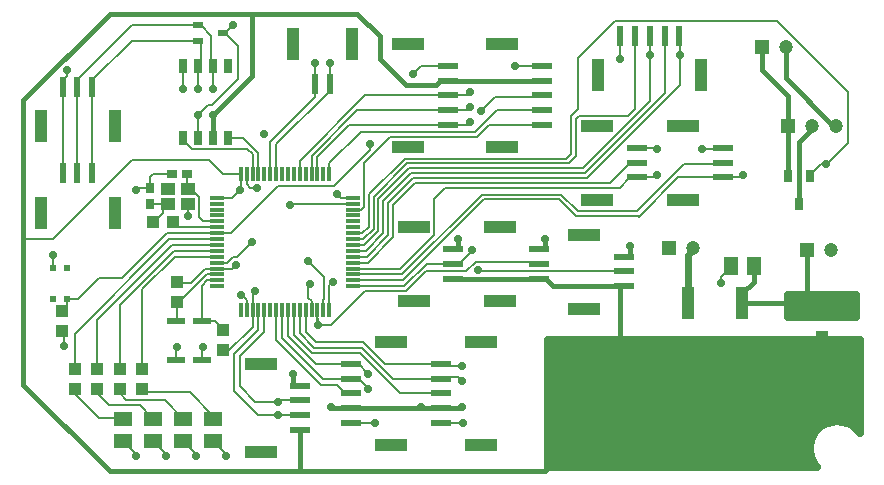
<source format=gbr>
G04 DipTrace 3.2.0.0*
G04 Science_board_v2_Top.gbr*
%MOMM*%
G04 #@! TF.FileFunction,Copper,L1,Top*
G04 #@! TF.Part,Single*
G04 #@! TA.AperFunction,Conductor*
%ADD13C,0.4*%
%ADD14C,0.2*%
%ADD15C,0.6*%
G04 #@! TA.AperFunction,CopperBalancing*
%ADD16C,0.635*%
%ADD19R,1.0X1.1*%
%ADD20R,1.1X1.0*%
%ADD21R,0.7X0.9*%
%ADD22R,0.9X0.7*%
%ADD23R,1.0X2.2*%
%ADD25R,0.85X0.5*%
%ADD26R,1.5X1.3*%
%ADD27R,1.3X1.5*%
G04 #@! TA.AperFunction,ComponentPad*
%ADD28R,1.2X1.2*%
%ADD29C,1.2*%
%ADD30R,1.0X2.8*%
%ADD31R,0.6X1.7*%
%ADD32R,2.8X1.0*%
%ADD33R,1.7X0.6*%
%ADD35R,0.8X1.05*%
%ADD36R,0.57X0.48*%
%ADD37R,1.5X0.55*%
%ADD39R,1.2X0.3*%
%ADD40R,0.3X1.2*%
%ADD42R,0.762X1.143*%
%ADD44R,1.0X2.75*%
%ADD45R,5.55X6.15*%
%ADD46R,1.2X1.0*%
G04 #@! TA.AperFunction,ViaPad*
%ADD47C,0.7*%
%ADD48C,1.6*%
%FSLAX35Y35*%
G04*
G71*
G90*
G75*
G01*
G04 Top*
%LPD*%
X6645250Y3714750D2*
D13*
Y3451250D1*
X7048500Y3048000D1*
X7067500D1*
X2030000Y2641500D2*
D14*
Y2514500D1*
X2020500Y2505000D1*
X2780000Y1491500D2*
Y1701133D1*
X2808707Y1729840D1*
X1830000Y1841500D2*
X1960250D1*
X1988750Y1870000D1*
X5501650Y1143000D2*
D13*
Y889000D1*
X6477000D1*
Y381000D1*
X6381750D1*
X5501650Y889000D2*
Y381000D1*
X6088620D1*
X4984750D1*
Y1143000D1*
X6381750Y381000D2*
Y635000D1*
X6477000D1*
X6088620Y381000D2*
Y1143000D1*
X6477000D1*
X6088620Y381000D2*
X5802870D1*
X5524500D1*
X5238750D1*
Y1143000D1*
Y381000D2*
Y635000D1*
Y889000D1*
X4984750Y635000D2*
Y889000D1*
Y1143000D1*
X1798250Y2949500D2*
Y3140000D1*
X2130000Y1491500D2*
D14*
Y1344503D1*
X1909373Y1123877D1*
D13*
X1883250Y1150000D1*
X5501650Y635000D2*
Y381000D1*
X4984750Y1143000D2*
X4730750D1*
Y889000D1*
Y635000D1*
X1830000Y1841500D2*
D14*
X1729767D1*
X1611727Y1723460D1*
X1521223D1*
X1518933Y1725750D1*
X1492250D1*
X2980000Y2441500D2*
X2877750D1*
X2846000Y2473250D1*
X6416000Y854750D2*
D13*
X6450250Y889000D1*
X6477000D1*
X6953250Y1204000D2*
Y1174750D1*
X6508750D1*
X6477000Y1143000D1*
X4730750Y381000D2*
Y635000D1*
X1830000Y2441500D2*
D14*
X1957000D1*
X2020500Y2505000D1*
X4730750Y381000D2*
D13*
Y254000D1*
X4603750Y127000D1*
X2535067D1*
X920750D1*
X190500Y857250D1*
Y2095500D1*
Y3270250D1*
X920750Y4000500D1*
X2127250D1*
Y3469000D1*
X1798250Y3140000D1*
X2127250Y4000500D2*
X3016250D1*
X3206750Y3810000D1*
Y3619500D1*
X3429000Y3397250D1*
X3683000D1*
X3719000Y3433250D1*
X3784250D1*
X4578000D1*
X2020500Y2505000D2*
X2016707D1*
X2030000Y2641500D2*
D14*
X1880207D1*
X1759457Y2762250D1*
X1111250D1*
X444500Y2095500D1*
X190500D1*
X6477000Y889000D2*
X6731000D1*
Y635000D1*
Y381000D1*
X2130000Y1491500D2*
Y1630250D1*
X2147500Y1647750D1*
X5238750Y1143000D2*
D13*
Y1692250D1*
X5271337D1*
X4676153D1*
X4612653Y1755750D1*
X4557173D1*
X3828680D1*
X2535067Y474620D2*
Y127000D1*
X5856867Y2018013D2*
D15*
Y1998043D1*
X5818667Y1959843D1*
Y1548370D1*
X3729000Y659250D2*
D13*
X3563500D1*
D14*
X3556000Y666750D1*
X2967000Y659250D2*
D13*
X3548500D1*
D14*
X3556000Y666750D1*
X2967000Y659250D2*
D13*
X2801500D1*
X2794000Y666750D1*
X3729000Y659250D2*
X3897750D1*
D14*
X3905250Y666750D1*
X2535067Y599620D2*
X2353130D1*
X2349500Y603250D1*
X2180000Y1491500D2*
Y1322750D1*
X1976580Y1119330D1*
Y804097D1*
X2179550Y601127D1*
X2347377D1*
X2349500Y603250D1*
X2535067Y724620D2*
X2360136D1*
X2349500Y713984D1*
X2230000Y1491500D2*
Y1308017D1*
X2024047Y1102063D1*
Y844100D1*
X2154163Y713984D1*
X2349500D1*
X1830000Y1791500D2*
X1740860D1*
X1505110Y1555750D1*
X1492250D1*
Y1393750D1*
X1480750D1*
X1830000Y1741500D2*
X1748933D1*
X1703000Y1695567D1*
Y1393750D1*
X1809500D1*
X1883250Y1320000D1*
X1671250Y3560367D2*
X1690617D1*
Y3771987D1*
X1671250D1*
Y3358760D2*
Y3560367D1*
X772750Y3379750D2*
Y2649500D1*
X1671250Y3771987D2*
X1107253D1*
X782250Y3446983D1*
Y3379750D1*
X772750D1*
X1798250Y3560367D2*
X1780763D1*
Y3814427D1*
X1693190Y3902000D1*
X1671250D1*
X1798250Y3358760D2*
Y3560367D1*
X1671250Y3905173D2*
Y3902000D1*
X647750Y3379750D2*
Y2649500D1*
X1671250Y3902000D2*
X1113783D1*
X655250Y3443467D1*
Y3387250D1*
X647750Y3379750D1*
X2180000Y2641500D2*
Y2821750D1*
X2052250Y2949500D1*
X1925250D1*
X2130000Y2641500D2*
Y2808250D1*
X2084000Y2854250D1*
X1620500D1*
X1525250Y2949500D1*
X1544250D1*
X2980000Y1791500D2*
X3396043D1*
X4072330Y2467787D1*
X4745543D1*
X4881650Y2331680D1*
X5388777D1*
X5786833Y2729737D1*
X6105237D1*
X6113500Y2738000D1*
X5383250D2*
X5329833D1*
X5155910Y2564077D1*
X3504823D1*
X3320917Y2380170D1*
Y2107557D1*
X3103770Y1890410D1*
X2981090D1*
X2980000Y1891500D1*
Y1991500D2*
X3087697D1*
X3238093Y2141897D1*
Y2417170D1*
X3468770Y2647847D1*
X4941867D1*
X5620923Y3326903D1*
Y3814447D1*
X5618290Y3811813D1*
X2980000Y2091500D2*
X3067827D1*
X3154970Y2178643D1*
Y2449397D1*
X3437923Y2732350D1*
X4806270D1*
X4868323Y2794403D1*
Y3104950D1*
X4894017Y3130643D1*
X5307550D1*
X5368290Y3191383D1*
Y3811813D1*
X2430000Y1491500D2*
Y1268190D1*
X2663940Y1034250D1*
X2967000D1*
X3029750D1*
X3111500Y952500D1*
X2380000Y1491500D2*
Y1255630D1*
X2726380Y909250D1*
X2967000D1*
X3034473D1*
X3111500Y832223D1*
Y825500D1*
X2330000Y1491500D2*
Y1240413D1*
X2712993Y857420D1*
X2841800D1*
X2914970Y784250D1*
X2967000D1*
X2580000Y1491500D2*
Y1304100D1*
X2666843Y1217257D1*
X3069663D1*
X3252670Y1034250D1*
X3729000D1*
X3905250Y1016000D2*
X3747250D1*
X3729000Y1034250D1*
X2530000Y1491500D2*
Y1292380D1*
X2651510Y1170870D1*
X3053743D1*
X3315363Y909250D1*
X3729000D1*
X3905250Y889000D2*
X3873500Y920750D1*
X3717500D1*
X3729000Y909250D1*
X2480000Y1491500D2*
Y1279290D1*
X2634807Y1124483D1*
X3037067D1*
X3375023Y786527D1*
X3726723D1*
X3729000Y784250D1*
X6867500Y3048000D2*
X6889750D1*
D13*
X6755750Y2914000D1*
Y2388500D1*
X1258500Y2521713D2*
D14*
Y2613963D1*
X1290250Y2645713D1*
X1449000D1*
X6274667Y1548370D2*
D13*
Y1631647D1*
X6374090Y1731070D1*
Y1861917D1*
X6667500Y3048000D2*
Y2621750D1*
X6660750Y2628500D1*
X6274667Y1548370D2*
X6723620D1*
X6826250Y1651000D1*
Y2000250D1*
X6667500Y3048000D2*
Y3302000D1*
X6445250Y3524250D1*
Y3714750D1*
X1671250Y2949500D2*
D14*
Y3140000D1*
X1754840Y3223590D1*
X1787533D1*
X2009717Y3445773D1*
Y3722283D1*
X1895007Y3836993D1*
X1881250D1*
X522750Y3379750D2*
Y2649500D1*
X1881250Y3836993D2*
X1900243D1*
X1968500Y3905250D1*
X522750Y3379750D2*
Y3431250D1*
X560000Y3468500D1*
Y3521000D1*
X1258500Y2521713D2*
X1156463D1*
X1143000Y2508250D1*
X2080000Y2641500D2*
Y2555500D1*
X2112487Y2523013D1*
X2166113D1*
X2730000Y1491500D2*
Y1575243D1*
X2737177Y1582420D1*
Y1771323D1*
X2603500Y1905000D1*
X1830000Y1891500D2*
X1917773D1*
X1963023Y1936750D1*
X2000250D1*
X2127250Y2063750D1*
X2980000Y2391500D2*
X2455000D1*
X2444750Y2381250D1*
X2080000Y1491500D2*
Y1571250D1*
X2032000Y1619250D1*
X3784250Y3558250D2*
X3558250D1*
X3492500Y3492500D1*
X4578000Y3558250D2*
X4352000D1*
X4349750Y3556000D1*
X5243290Y3811813D2*
Y3624040D1*
X5238750Y3619500D1*
X5383250Y2863000D2*
X5550750D1*
X5556250Y2857500D1*
X5937250D2*
X6108000D1*
X6113500Y2863000D1*
X6953250Y1524000D2*
X7016750D1*
X7080250Y1587500D1*
Y1460500D1*
X6826250Y1587500D2*
Y1460500D1*
X6889750D1*
X6953250Y1524000D1*
X7080250Y1587500D2*
X7207250D1*
Y1460500D1*
X6826250Y1587500D2*
X6699250D1*
Y1460500D1*
X1905000Y254000D2*
Y271500D1*
X1798250Y378250D1*
X1651000Y254000D2*
Y271500D1*
X1544250Y378250D1*
X1397000Y254000D2*
Y271500D1*
X1290250Y378250D1*
X1143000Y254000D2*
Y271500D1*
X1036250Y378250D1*
X1480750Y1068750D2*
Y1163250D1*
X1492250Y1174750D1*
X1703000Y1068750D2*
Y1163250D1*
X1714500Y1174750D1*
X1587250Y2388713D2*
Y2291010D1*
X1583803Y2287563D1*
X3164027Y535227D2*
X2967000Y534250D1*
X3908267Y530563D2*
Y534250D1*
X3729000D1*
X520110Y1309180D2*
X531853Y1297437D1*
Y1189440D1*
X5323697Y2032000D2*
D13*
Y1949670D1*
X5316277Y1942250D1*
X5271337D1*
X4603750Y2095500D2*
Y2013907D1*
X4595593Y2005750D1*
X4557173D1*
X3873500Y2095500D2*
Y2005750D1*
X3828680D1*
X438200Y1952253D2*
D14*
Y1852050D1*
X444000Y1846250D1*
X2476500Y952500D2*
D13*
Y857250D1*
X2484130Y849620D1*
X2535067D1*
X2782500Y3584500D2*
D14*
Y3413750D1*
X2788000Y3408250D1*
X2330000Y2641500D2*
Y2895803D1*
X2782500Y3348303D1*
Y3394000D1*
X2796750Y3408250D1*
X2788000D1*
X2655500Y3584500D2*
Y3415750D1*
X2663000Y3408250D1*
X2280000Y2641500D2*
Y2910750D1*
X2663000Y3293750D1*
Y3408250D1*
X1830000Y2091500D2*
X1426223D1*
X623500Y1288777D1*
Y992840D1*
X1830000Y2041500D2*
X1446683D1*
X814000Y1408817D1*
Y992840D1*
X1830000Y1991500D2*
X1462283D1*
X1004500Y1533717D1*
Y992840D1*
X1206500Y960500D2*
X1195000D1*
Y992840D1*
Y1665080D1*
X1471420Y1941500D1*
X1830000D1*
X2630000Y1491500D2*
Y1566237D1*
X2603520Y1592717D1*
Y1731480D1*
X2619957Y1715043D1*
X5271337Y1817250D2*
X4057380D1*
X4043287Y1831343D1*
X2680000Y1491500D2*
X2681347Y1366263D1*
X4557173Y1880750D2*
Y1901093D1*
X4019267D1*
X3935927Y1817753D1*
X3599773D1*
X3431723Y1649703D1*
X3081600D1*
X2798273Y1366377D1*
X2709423D1*
X2677677Y1398123D1*
Y1489177D1*
X2680000Y1491500D1*
X2980000Y1691500D2*
X3414107D1*
X3603357Y1880750D1*
X3828680D1*
X3878769D1*
X3999808Y2001789D1*
X3987030D1*
X1830000Y2191500D2*
X1495980D1*
X1454517Y2232963D1*
X1544250Y3560367D2*
Y3358760D1*
X1798250Y568250D2*
Y594970D1*
X1599287Y793933D1*
X1223907D1*
X1195000Y822840D1*
X1004500D2*
Y784590D1*
X1061993Y727097D1*
X1385403D1*
X1544250Y568250D1*
X814000Y822840D2*
Y783997D1*
X915787Y682210D1*
X1176290D1*
X1290250Y568250D1*
X623500Y822840D2*
Y783400D1*
X827583Y579317D1*
X1025183D1*
X1036250Y568250D1*
X6094573Y1721613D2*
Y1772400D1*
X6184090Y1861917D1*
X1579000Y2645713D2*
Y2526963D1*
X1587250Y2518713D1*
X1609950D1*
X1678153Y2450510D1*
Y2275847D1*
X1712500Y2241500D1*
X1830000D1*
X1284517Y2232963D2*
Y2222053D1*
X1376233Y2313770D1*
Y2388713D1*
X1417250D1*
X1258500Y2391713D2*
X1414250D1*
X1417250Y2388713D1*
X6113500Y2613000D2*
Y2615073D1*
X5734097D1*
X5400757Y2281733D1*
X5398583D1*
X5404363Y2287513D1*
X4866697D1*
X4727720Y2426490D1*
X4090787D1*
X3405797Y1741500D1*
X2980000D1*
X6113500Y2613000D2*
X6264250D1*
X6286500Y2635250D1*
X5383250Y2613000D2*
Y2605093D1*
X5321420D1*
X5239693Y2523367D1*
X3759290D1*
X3665107Y2429183D1*
Y2125070D1*
X3381537Y1841500D1*
X2980000D1*
X5383250Y2613000D2*
X5534000D1*
X5556250Y2635250D1*
X2980000Y1941500D2*
X3096210D1*
X3280780Y2126070D1*
Y2400670D1*
X3487080Y2606970D1*
X4959407D1*
X5746750Y3394313D1*
Y3651250D1*
Y3808353D1*
X5743290Y3811813D1*
X5746750Y3651250D2*
D3*
X2980000Y2041500D2*
X3076690D1*
X3195867Y2160677D1*
Y2432230D1*
X3453633Y2689997D1*
X4926563D1*
X5493290Y3256723D1*
Y3651250D1*
Y3811813D1*
X5492750Y3651250D2*
X5493290D1*
X6850750Y2628500D2*
X6839683D1*
X6942233Y2731050D1*
X6987537D1*
X2980000Y2141500D2*
X3058963D1*
X3113677Y2196213D1*
Y2469037D1*
X3417367Y2772727D1*
X4788360D1*
X4826000Y2810367D1*
Y3130887D1*
X4889500Y3194387D1*
Y3628267D1*
X5201080Y3939847D1*
X6569403D1*
X7175500Y3333750D1*
Y2908460D1*
X6987537Y2720497D1*
Y2731050D1*
X4578000Y3183250D2*
X4200313D1*
X4014170Y2997107D1*
X3045200D1*
X2780000Y2731907D1*
Y2641500D1*
X4578000Y3058250D2*
X4136463D1*
X4033633Y2955420D1*
X3294520D1*
X3071843Y2732743D1*
Y2365750D1*
X3047593Y2341500D1*
X2980000D1*
X3784250Y3308250D2*
X3082687D1*
X2528500Y2754063D1*
Y2643000D1*
X2530000Y2641500D1*
X3784250Y3308250D2*
X3943250D1*
X3968750Y3333750D1*
X3784250Y3183250D2*
X3016707D1*
X2630000Y2796543D1*
Y2641500D1*
X3784250Y3183250D2*
X3945250D1*
X3968750Y3206750D1*
X3784250Y3058250D2*
X2948643D1*
X2680000Y2789607D1*
Y2641500D1*
X3784250Y3058250D2*
X3947250D1*
X3968750Y3079750D1*
X1830000Y2141500D2*
X1404170D1*
X1027137Y1764467D1*
X831063D1*
X650847Y1584250D1*
X560000D1*
X1830000Y2141500D2*
X1951000D1*
X2349500Y2540000D1*
X2817977D1*
X3122793Y2844817D1*
Y2893267D1*
X4578000Y3308250D2*
X4567670Y3297920D1*
X4184147D1*
X4064000Y3177773D1*
Y3175000D1*
X520110Y1479180D2*
X560000Y1519070D1*
Y1584250D1*
D47*
X5323697Y2032000D3*
X4603750Y2095500D3*
X3873500D3*
X531853Y1189440D3*
X6094573Y1721613D3*
X1988750Y1870000D3*
X2020500Y2505000D3*
X2147500Y1647750D3*
X2808707Y1729840D3*
X1671250Y3358760D3*
X1798250D3*
X1544250D3*
D48*
X5501650Y1143000D3*
Y889000D3*
X6477000Y1143000D3*
Y889000D3*
Y635000D3*
X6381750Y381000D3*
X6088620D3*
X5802870D3*
X5524500D3*
X5238750D3*
X4984750D3*
Y635000D3*
X5238750D3*
X4984750Y889000D3*
X5238750D3*
Y1143000D3*
X4984750D3*
D47*
X1671250Y3140000D3*
X1798250D3*
X6987537Y2731050D3*
X2655500Y3584500D3*
X2782500D3*
D48*
X5501650Y635000D3*
X4730750Y1143000D3*
Y889000D3*
Y635000D3*
D47*
X2681347Y1366263D3*
X2619957Y1715043D3*
D48*
X4730750Y381000D3*
D47*
X1968500Y3905250D3*
X560000Y3521000D3*
X3968750Y3079750D3*
Y3206750D3*
Y3333750D3*
X4064000Y3175000D3*
X2349500Y603250D3*
Y713984D3*
X2846000Y2473250D3*
X3122793Y2893267D3*
X5746750Y3651250D3*
X5492750D3*
X5556250Y2635250D3*
X6286500D3*
X1143000Y2508250D3*
X2166113Y2523013D3*
X2603500Y1905000D3*
X2127250Y2063750D3*
X2444750Y2381250D3*
X2032000Y1619250D3*
X3492500Y3492500D3*
X4349750Y3556000D3*
X5238750Y3619500D3*
X5937250Y2857500D3*
X5556250D3*
X6826250Y1460500D3*
Y1587500D3*
X7080250D3*
Y1460500D3*
X6699250Y1587500D3*
Y1460500D3*
X7207250Y1587500D3*
Y1460500D3*
X3164027Y535227D3*
X3908267Y530563D3*
X1905000Y254000D3*
X1651000D3*
X1397000D3*
X1143000D3*
X1492250Y1174750D3*
X1714500D3*
X438200Y1952253D3*
X1583803Y2287563D3*
X2230967Y2981310D3*
X3905250Y1016000D3*
Y889000D3*
X3111500Y952500D3*
Y825500D3*
X2794000Y666750D3*
X3556000D3*
X3905250D3*
D48*
X6731000Y889000D3*
Y635000D3*
Y381000D3*
X6985000Y889000D3*
Y635000D3*
D47*
X4043287Y1831343D3*
X2476500Y952500D3*
X3987030Y2001789D3*
X4641896Y1175083D2*
D16*
X7264404D1*
X4641896Y1111917D2*
X7264404D1*
X4641896Y1048750D2*
X7264404D1*
X4641896Y985583D2*
X7264404D1*
X4641896Y922417D2*
X7264404D1*
X4641896Y859250D2*
X7264404D1*
X4641896Y796083D2*
X7264404D1*
X4641896Y732917D2*
X7264404D1*
X4641896Y669750D2*
X7264404D1*
X4641896Y606583D2*
X7264404D1*
X4641896Y543417D2*
X7020771D1*
X7139747D2*
X7264404D1*
X4641896Y480250D2*
X6908479D1*
X4641896Y417083D2*
X6864274D1*
X4641896Y353917D2*
X6844677D1*
X4641896Y290750D2*
X6843401D1*
X4641896Y227583D2*
X6859899D1*
X4641896Y164417D2*
X6899456D1*
X6911165Y158776D2*
X6892491Y181085D1*
X6882366Y196237D1*
X6873462Y212136D1*
X6865833Y228686D1*
X6859526Y245782D1*
X6854579Y263321D1*
X6851024Y281194D1*
X6848882Y299291D1*
X6848167Y317500D1*
X6848882Y335709D1*
X6851024Y353806D1*
X6854579Y371679D1*
X6859526Y389218D1*
X6865833Y406314D1*
X6873462Y422864D1*
X6882366Y438763D1*
X6892491Y453915D1*
X6903772Y468226D1*
X6916142Y481608D1*
X6929524Y493978D1*
X6943835Y505259D1*
X6958987Y515384D1*
X6974886Y524288D1*
X6991436Y531917D1*
X7008532Y538224D1*
X7026071Y543171D1*
X7043944Y546726D1*
X7062041Y548868D1*
X7080250Y549583D1*
X7098459Y548868D1*
X7116556Y546726D1*
X7134429Y543171D1*
X7151968Y538224D1*
X7169064Y531917D1*
X7185614Y524288D1*
X7201513Y515384D1*
X7216665Y505259D1*
X7230976Y493978D1*
X7244358Y481608D1*
X7256728Y468226D1*
X7270738Y449831D1*
X7270750Y1238159D1*
X4635482Y1238250D1*
X4635500Y158841D1*
X6910924Y158750D1*
X6673896Y1556083D2*
X7232680D1*
X6673896Y1492917D2*
X7232680D1*
X6673896Y1429750D2*
X7232680D1*
X7238940Y1619250D2*
X6667456D1*
X6667500Y1428695D1*
X7239044Y1428750D1*
X7239000Y1619305D1*
D21*
X1258500Y2521713D3*
Y2391713D3*
D22*
X1449000Y2645713D3*
X1579000D3*
D19*
X520110Y1309180D3*
Y1479180D3*
D23*
X6953250Y1524000D3*
Y1204000D3*
D25*
X1671250Y3902000D3*
Y3771987D3*
X1881250Y3836993D3*
D26*
X1290250Y568250D3*
Y378250D3*
X1544250Y568250D3*
Y378250D3*
X1798250Y568250D3*
Y378250D3*
X1036250Y568250D3*
Y378250D3*
D27*
X6184090Y1861917D3*
X6374090D3*
D28*
X6445250Y3714750D3*
D29*
X6645250D3*
D28*
X5656867Y2018013D3*
D29*
X5856867D3*
D28*
X6826250Y2000250D3*
D29*
X7026250D3*
D30*
X337750Y2314500D3*
X962750D3*
D31*
X522750Y2649500D3*
X647750D3*
X772750D3*
D30*
X337750Y3044750D3*
X962750D3*
D31*
X522750Y3379750D3*
X647750D3*
X772750D3*
D30*
X2973000Y3743250D3*
X2473000D3*
D31*
X2788000Y3408250D3*
X2663000D3*
D32*
X3449250Y3743250D3*
Y2873250D3*
D33*
X3784250Y3433250D3*
Y3308250D3*
Y3558250D3*
Y3183250D3*
Y3058250D3*
D32*
X4243000Y3743250D3*
Y2873250D3*
D33*
X4578000Y3433250D3*
Y3308250D3*
Y3558250D3*
Y3183250D3*
Y3058250D3*
D32*
X5778500Y3048000D3*
Y2423000D3*
D33*
X6113500Y2863000D3*
Y2738000D3*
Y2613000D3*
D32*
X5048250Y3048000D3*
Y2423000D3*
D33*
X5383250Y2863000D3*
Y2738000D3*
Y2613000D3*
D28*
X6667500Y3048000D3*
D29*
X6867500D3*
X7067500D3*
D30*
X5058290Y3476813D3*
X5928290D3*
D31*
X5368290Y3811813D3*
X5493290D3*
X5243290D3*
X5618290D3*
X5743290D3*
D32*
X3302000Y349250D3*
Y1219250D3*
D33*
X2967000Y534250D3*
Y659250D3*
Y784250D3*
Y534250D3*
Y909250D3*
Y1034250D3*
D32*
X4064000Y349250D3*
Y1219250D3*
D33*
X3729000Y534250D3*
Y659250D3*
Y784250D3*
Y534250D3*
Y909250D3*
Y1034250D3*
D32*
X4936337Y2127250D3*
Y1502250D3*
D33*
X5271337Y1942250D3*
Y1817250D3*
Y1692250D3*
Y1942250D3*
D32*
X4222173Y2190750D3*
Y1565750D3*
D33*
X4557173Y2005750D3*
Y1880750D3*
Y1755750D3*
Y2005750D3*
D32*
X2200067Y1034620D3*
Y289620D3*
D33*
X2535067Y724620D3*
Y599620D3*
Y849620D3*
Y474620D3*
D32*
X3493680Y2190750D3*
Y1565750D3*
D33*
X3828680Y2005750D3*
Y1880750D3*
Y1755750D3*
Y2005750D3*
D35*
X6850750Y2628500D3*
X6660750D3*
X6755750Y2388500D3*
D20*
X1454517Y2232963D3*
X1284517D3*
D19*
X1195000Y822840D3*
Y992840D3*
X1004500Y822840D3*
Y992840D3*
X814000Y822840D3*
Y992840D3*
X623500Y822840D3*
Y992840D3*
X1492250Y1555750D3*
Y1725750D3*
X1883250Y1320000D3*
Y1150000D3*
D36*
X444000Y1846250D3*
Y1584250D3*
X560000Y1846250D3*
Y1584250D3*
D37*
X1480750Y1393750D3*
Y1068750D3*
X1703000Y1393750D3*
Y1068750D3*
D39*
X1830000Y2441500D3*
Y2391500D3*
Y2341500D3*
Y2291500D3*
Y2241500D3*
Y2191500D3*
Y2141500D3*
Y2091500D3*
Y2041500D3*
Y1991500D3*
Y1941500D3*
Y1891500D3*
Y1841500D3*
Y1791500D3*
Y1741500D3*
Y1691500D3*
D40*
X2030000Y1491500D3*
X2080000D3*
X2130000D3*
X2180000D3*
X2230000D3*
X2280000D3*
X2330000D3*
X2380000D3*
X2430000D3*
X2480000D3*
X2530000D3*
X2580000D3*
X2630000D3*
X2680000D3*
X2730000D3*
X2780000D3*
D39*
X2980000Y1691500D3*
Y1741500D3*
Y1791500D3*
Y1841500D3*
Y1891500D3*
Y1941500D3*
Y1991500D3*
Y2041500D3*
Y2091500D3*
Y2141500D3*
Y2191500D3*
Y2241500D3*
Y2291500D3*
Y2341500D3*
Y2391500D3*
Y2441500D3*
D40*
X2780000Y2641500D3*
X2730000D3*
X2680000D3*
X2630000D3*
X2580000D3*
X2530000D3*
X2480000D3*
X2430000D3*
X2380000D3*
X2330000D3*
X2280000D3*
X2230000D3*
X2180000D3*
X2130000D3*
X2080000D3*
X2030000D3*
D42*
X1544250Y2949500D3*
X1671250D3*
X1798250D3*
X1925250D3*
Y3560367D3*
X1798250D3*
X1671250D3*
X1544250D3*
D44*
X6274667Y1548370D3*
X5818667D3*
D45*
X6046667Y878370D3*
D46*
X1417250Y2518713D3*
Y2388713D3*
X1587250Y2518713D3*
Y2388713D3*
M02*

</source>
